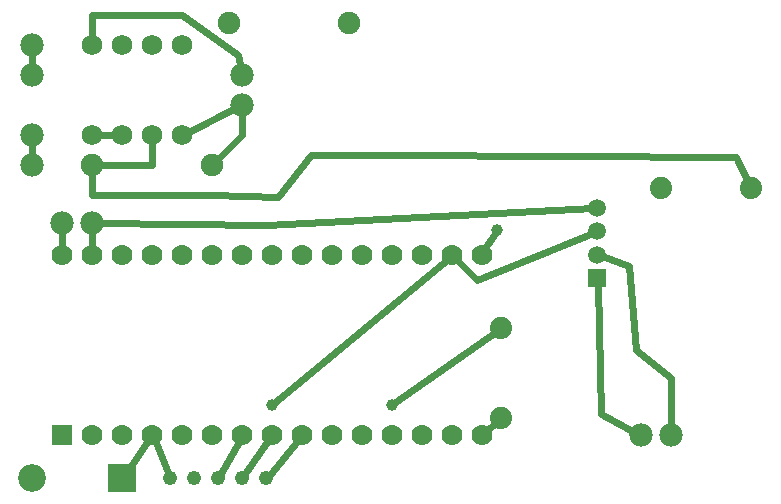
<source format=gtl>
G04 MADE WITH FRITZING*
G04 WWW.FRITZING.ORG*
G04 DOUBLE SIDED*
G04 HOLES PLATED*
G04 CONTOUR ON CENTER OF CONTOUR VECTOR*
%ASAXBY*%
%FSLAX23Y23*%
%MOIN*%
%OFA0B0*%
%SFA1.0B1.0*%
%ADD10C,0.070000*%
%ADD11C,0.048000*%
%ADD12C,0.068000*%
%ADD13C,0.092000*%
%ADD14C,0.074000*%
%ADD15C,0.078000*%
%ADD16C,0.075000*%
%ADD17C,0.039370*%
%ADD18C,0.059200*%
%ADD19R,0.070000X0.069972*%
%ADD20R,0.092000X0.092000*%
%ADD21R,0.059200X0.059200*%
%ADD22C,0.024000*%
%LNCOPPER1*%
G90*
G70*
G54D10*
X209Y233D03*
X309Y233D03*
X409Y233D03*
X509Y233D03*
X609Y233D03*
X709Y233D03*
X809Y233D03*
X909Y233D03*
X1009Y233D03*
X1109Y233D03*
X1209Y233D03*
X1309Y233D03*
X1409Y233D03*
X1509Y233D03*
X1609Y233D03*
X209Y833D03*
X309Y833D03*
X409Y833D03*
X509Y833D03*
X609Y833D03*
X709Y833D03*
X809Y833D03*
X909Y833D03*
X1009Y833D03*
X1109Y833D03*
X1209Y833D03*
X1309Y833D03*
X1409Y833D03*
X1509Y833D03*
X1609Y833D03*
G54D11*
X808Y89D03*
X728Y89D03*
X648Y89D03*
X568Y89D03*
X889Y89D03*
X809Y89D03*
G54D12*
X309Y1233D03*
X409Y1233D03*
X509Y1233D03*
X609Y1233D03*
X609Y1533D03*
X509Y1533D03*
X409Y1533D03*
X309Y1533D03*
X309Y1233D03*
X409Y1233D03*
X509Y1233D03*
X609Y1233D03*
X609Y1533D03*
X509Y1533D03*
X409Y1533D03*
X309Y1533D03*
G54D13*
X409Y89D03*
X109Y89D03*
G54D14*
X1670Y289D03*
X1670Y589D03*
X1670Y289D03*
X1670Y589D03*
X2205Y1055D03*
X2505Y1055D03*
X2205Y1055D03*
X2505Y1055D03*
G54D15*
X109Y1233D03*
X109Y1133D03*
G54D16*
X763Y1605D03*
X1163Y1605D03*
X309Y1133D03*
X709Y1133D03*
G54D15*
X809Y1433D03*
X809Y1333D03*
X109Y1533D03*
X109Y1433D03*
X209Y941D03*
X309Y941D03*
G54D17*
X1309Y333D03*
G54D18*
X1992Y755D03*
X1992Y991D03*
X1992Y913D03*
X1992Y834D03*
G54D17*
X909Y333D03*
X1658Y917D03*
G54D15*
X2139Y232D03*
X2239Y232D03*
G54D19*
X209Y233D03*
G54D20*
X409Y89D03*
G54D21*
X1992Y755D03*
G54D22*
X1654Y910D02*
X1612Y845D01*
D02*
X1612Y845D02*
X1613Y851D01*
D02*
X800Y217D02*
X734Y99D01*
D02*
X899Y218D02*
X815Y98D01*
D02*
X998Y219D02*
X896Y97D01*
D02*
X109Y1152D02*
X109Y1214D01*
D02*
X926Y1027D02*
X1037Y1166D01*
D02*
X1304Y1166D02*
X2454Y1159D01*
D02*
X1037Y1166D02*
X1304Y1166D01*
D02*
X309Y1033D02*
X709Y1033D01*
D02*
X709Y1033D02*
X926Y1027D01*
D02*
X2454Y1159D02*
X2497Y1071D01*
D02*
X309Y1116D02*
X309Y1033D01*
D02*
X109Y1452D02*
X109Y1514D01*
D02*
X309Y851D02*
X309Y922D01*
D02*
X209Y851D02*
X209Y922D01*
D02*
X1720Y977D02*
X1976Y991D01*
D02*
X890Y933D02*
X1720Y977D01*
D02*
X328Y941D02*
X890Y933D01*
D02*
X609Y1633D02*
X793Y1499D01*
D02*
X309Y1633D02*
X509Y1632D01*
D02*
X509Y1632D02*
X609Y1633D01*
D02*
X793Y1499D02*
X805Y1452D01*
D02*
X309Y1549D02*
X309Y1633D01*
D02*
X807Y1233D02*
X721Y1145D01*
D02*
X809Y1314D02*
X807Y1233D01*
D02*
X325Y1233D02*
X393Y1233D01*
D02*
X792Y1325D02*
X623Y1240D01*
D02*
X509Y1134D02*
X327Y1133D01*
D02*
X509Y1217D02*
X509Y1134D01*
D02*
X516Y216D02*
X564Y99D01*
D02*
X499Y218D02*
X424Y110D01*
D02*
X1495Y821D02*
X915Y338D01*
D02*
X1315Y338D02*
X1656Y578D01*
D02*
X1622Y245D02*
X1657Y277D01*
D02*
X1592Y750D02*
X1522Y820D01*
D02*
X1978Y907D02*
X1592Y750D01*
D02*
X2098Y796D02*
X2007Y829D01*
D02*
X2121Y517D02*
X2098Y796D01*
D02*
X2238Y423D02*
X2121Y517D01*
D02*
X2239Y251D02*
X2238Y423D01*
D02*
X2005Y303D02*
X1993Y732D01*
D02*
X2122Y241D02*
X2005Y303D01*
G04 End of Copper1*
M02*
</source>
